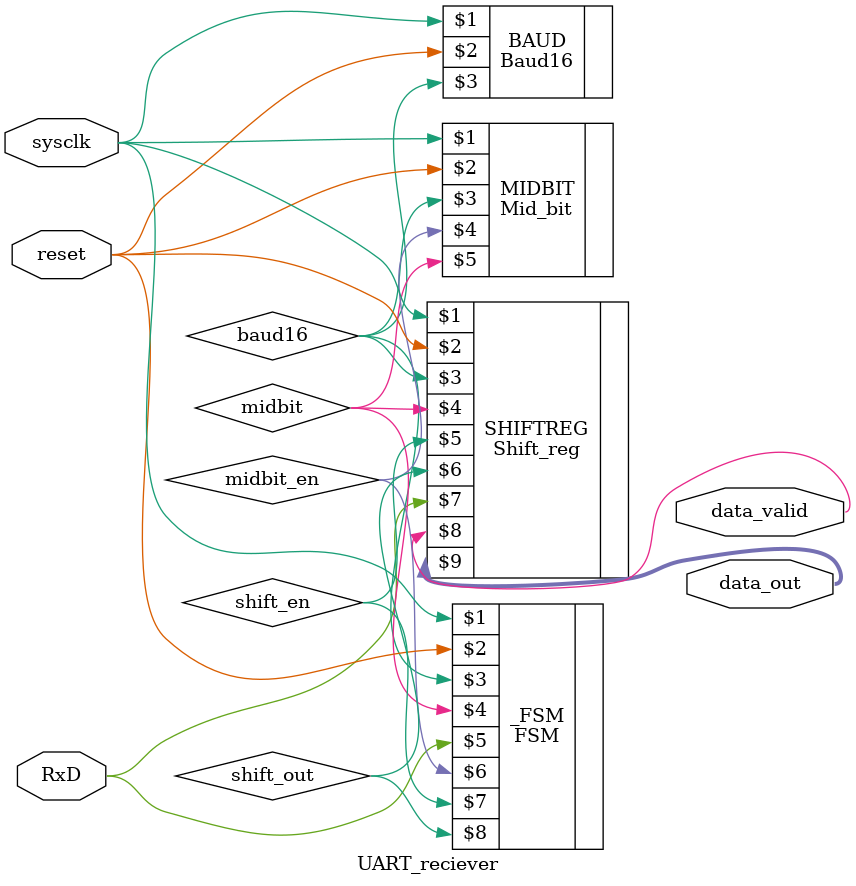
<source format=v>
`timescale 1ns / 1ps


module UART_reciever(sysclk, reset, RxD, data_valid, data_out);
    input sysclk, reset, RxD;

    output wire data_valid;
    output wire [7:0] data_out;
    
    wire baud16, midbit_en, midbit, shift_en, shift_out;
    
    Baud16 BAUD(
        sysclk, reset,  // Inputs
        baud16          // Outputs
    );
    
    Mid_bit MIDBIT(
        sysclk, reset, baud16, midbit_en,   // Inputs
        midbit                              // Outputs
    );  
    
    Shift_reg SHIFTREG(
        sysclk, reset, baud16, midbit, shift_en, shift_out, RxD,    // Inputs
        data_valid, data_out                                        // Outputs
    );
    
    FSM _FSM(
        sysclk, reset, baud16, midbit, RxD, // Inputs
        midbit_en, shift_en, shift_out      // Outputs
    );
    
endmodule

</source>
